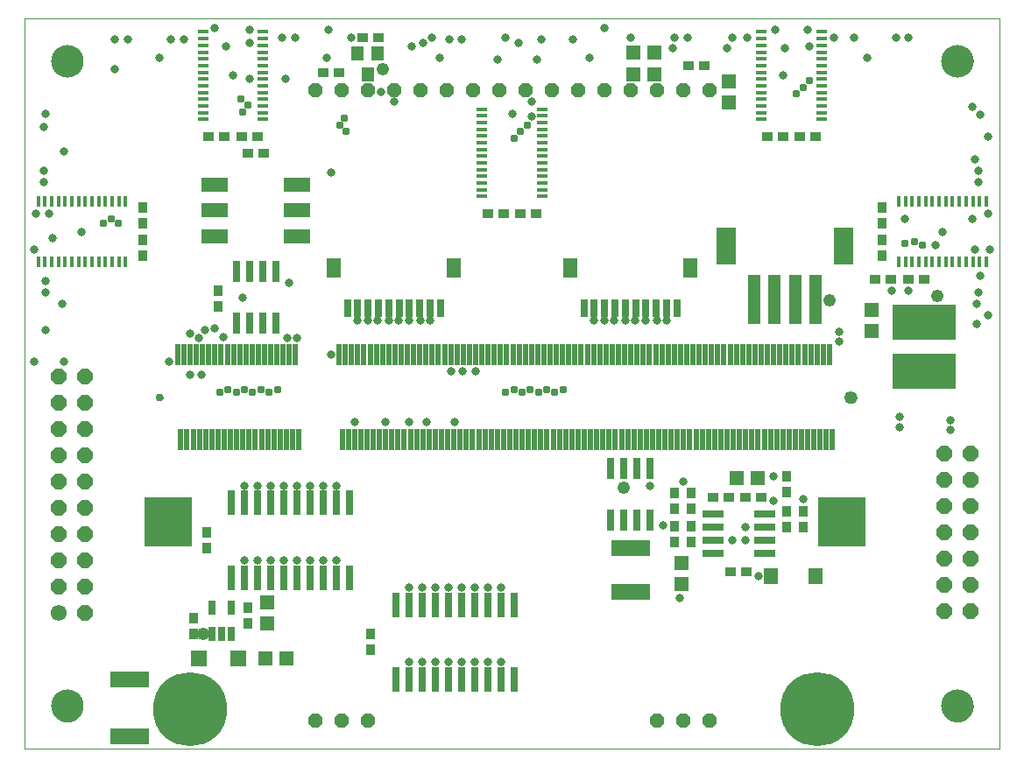
<source format=gbs>
G75*
%MOIN*%
%OFA0B0*%
%FSLAX25Y25*%
%IPPOS*%
%LPD*%
%AMOC8*
5,1,8,0,0,1.08239X$1,22.5*
%
%ADD10C,0.00000*%
%ADD11C,0.12402*%
%ADD12R,0.02756X0.05315*%
%ADD13OC8,0.05315*%
%ADD14R,0.03740X0.04134*%
%ADD15R,0.05315X0.05709*%
%ADD16R,0.06102X0.06102*%
%ADD17R,0.14606X0.06102*%
%ADD18R,0.05709X0.05315*%
%ADD19R,0.04491X0.01791*%
%ADD20R,0.04134X0.03740*%
%ADD21R,0.01791X0.04491*%
%ADD22R,0.01969X0.08465*%
%ADD23R,0.18307X0.18701*%
%ADD24C,0.02953*%
%ADD25C,0.04921*%
%ADD26C,0.28150*%
%ADD27R,0.04528X0.05591*%
%ADD28R,0.08391X0.02791*%
%ADD29R,0.05591X0.06378*%
%ADD30R,0.24213X0.13386*%
%ADD31R,0.15157X0.06496*%
%ADD32R,0.02591X0.08391*%
%ADD33R,0.02953X0.09252*%
%ADD34R,0.02791X0.08391*%
%ADD35R,0.10433X0.05315*%
%ADD36C,0.06102*%
%ADD37OC8,0.06102*%
%ADD38R,0.02953X0.06693*%
%ADD39R,0.05315X0.07677*%
%ADD40R,0.04528X0.18701*%
%ADD41R,0.07283X0.13976*%
%ADD42C,0.03291*%
%ADD43C,0.04843*%
%ADD44C,0.03072*%
D10*
X0007875Y0004375D02*
X0007875Y0282466D01*
X0379027Y0282466D01*
X0379027Y0004375D01*
X0007875Y0004375D01*
X0018219Y0020625D02*
X0018221Y0020778D01*
X0018227Y0020932D01*
X0018237Y0021085D01*
X0018251Y0021237D01*
X0018269Y0021390D01*
X0018291Y0021541D01*
X0018316Y0021692D01*
X0018346Y0021843D01*
X0018380Y0021993D01*
X0018417Y0022141D01*
X0018458Y0022289D01*
X0018503Y0022435D01*
X0018552Y0022581D01*
X0018605Y0022725D01*
X0018661Y0022867D01*
X0018721Y0023008D01*
X0018785Y0023148D01*
X0018852Y0023286D01*
X0018923Y0023422D01*
X0018998Y0023556D01*
X0019075Y0023688D01*
X0019157Y0023818D01*
X0019241Y0023946D01*
X0019329Y0024072D01*
X0019420Y0024195D01*
X0019514Y0024316D01*
X0019612Y0024434D01*
X0019712Y0024550D01*
X0019816Y0024663D01*
X0019922Y0024774D01*
X0020031Y0024882D01*
X0020143Y0024987D01*
X0020257Y0025088D01*
X0020375Y0025187D01*
X0020494Y0025283D01*
X0020616Y0025376D01*
X0020741Y0025465D01*
X0020868Y0025552D01*
X0020997Y0025634D01*
X0021128Y0025714D01*
X0021261Y0025790D01*
X0021396Y0025863D01*
X0021533Y0025932D01*
X0021672Y0025997D01*
X0021812Y0026059D01*
X0021954Y0026117D01*
X0022097Y0026172D01*
X0022242Y0026223D01*
X0022388Y0026270D01*
X0022535Y0026313D01*
X0022683Y0026352D01*
X0022832Y0026388D01*
X0022982Y0026419D01*
X0023133Y0026447D01*
X0023284Y0026471D01*
X0023437Y0026491D01*
X0023589Y0026507D01*
X0023742Y0026519D01*
X0023895Y0026527D01*
X0024048Y0026531D01*
X0024202Y0026531D01*
X0024355Y0026527D01*
X0024508Y0026519D01*
X0024661Y0026507D01*
X0024813Y0026491D01*
X0024966Y0026471D01*
X0025117Y0026447D01*
X0025268Y0026419D01*
X0025418Y0026388D01*
X0025567Y0026352D01*
X0025715Y0026313D01*
X0025862Y0026270D01*
X0026008Y0026223D01*
X0026153Y0026172D01*
X0026296Y0026117D01*
X0026438Y0026059D01*
X0026578Y0025997D01*
X0026717Y0025932D01*
X0026854Y0025863D01*
X0026989Y0025790D01*
X0027122Y0025714D01*
X0027253Y0025634D01*
X0027382Y0025552D01*
X0027509Y0025465D01*
X0027634Y0025376D01*
X0027756Y0025283D01*
X0027875Y0025187D01*
X0027993Y0025088D01*
X0028107Y0024987D01*
X0028219Y0024882D01*
X0028328Y0024774D01*
X0028434Y0024663D01*
X0028538Y0024550D01*
X0028638Y0024434D01*
X0028736Y0024316D01*
X0028830Y0024195D01*
X0028921Y0024072D01*
X0029009Y0023946D01*
X0029093Y0023818D01*
X0029175Y0023688D01*
X0029252Y0023556D01*
X0029327Y0023422D01*
X0029398Y0023286D01*
X0029465Y0023148D01*
X0029529Y0023008D01*
X0029589Y0022867D01*
X0029645Y0022725D01*
X0029698Y0022581D01*
X0029747Y0022435D01*
X0029792Y0022289D01*
X0029833Y0022141D01*
X0029870Y0021993D01*
X0029904Y0021843D01*
X0029934Y0021692D01*
X0029959Y0021541D01*
X0029981Y0021390D01*
X0029999Y0021237D01*
X0030013Y0021085D01*
X0030023Y0020932D01*
X0030029Y0020778D01*
X0030031Y0020625D01*
X0030029Y0020472D01*
X0030023Y0020318D01*
X0030013Y0020165D01*
X0029999Y0020013D01*
X0029981Y0019860D01*
X0029959Y0019709D01*
X0029934Y0019558D01*
X0029904Y0019407D01*
X0029870Y0019257D01*
X0029833Y0019109D01*
X0029792Y0018961D01*
X0029747Y0018815D01*
X0029698Y0018669D01*
X0029645Y0018525D01*
X0029589Y0018383D01*
X0029529Y0018242D01*
X0029465Y0018102D01*
X0029398Y0017964D01*
X0029327Y0017828D01*
X0029252Y0017694D01*
X0029175Y0017562D01*
X0029093Y0017432D01*
X0029009Y0017304D01*
X0028921Y0017178D01*
X0028830Y0017055D01*
X0028736Y0016934D01*
X0028638Y0016816D01*
X0028538Y0016700D01*
X0028434Y0016587D01*
X0028328Y0016476D01*
X0028219Y0016368D01*
X0028107Y0016263D01*
X0027993Y0016162D01*
X0027875Y0016063D01*
X0027756Y0015967D01*
X0027634Y0015874D01*
X0027509Y0015785D01*
X0027382Y0015698D01*
X0027253Y0015616D01*
X0027122Y0015536D01*
X0026989Y0015460D01*
X0026854Y0015387D01*
X0026717Y0015318D01*
X0026578Y0015253D01*
X0026438Y0015191D01*
X0026296Y0015133D01*
X0026153Y0015078D01*
X0026008Y0015027D01*
X0025862Y0014980D01*
X0025715Y0014937D01*
X0025567Y0014898D01*
X0025418Y0014862D01*
X0025268Y0014831D01*
X0025117Y0014803D01*
X0024966Y0014779D01*
X0024813Y0014759D01*
X0024661Y0014743D01*
X0024508Y0014731D01*
X0024355Y0014723D01*
X0024202Y0014719D01*
X0024048Y0014719D01*
X0023895Y0014723D01*
X0023742Y0014731D01*
X0023589Y0014743D01*
X0023437Y0014759D01*
X0023284Y0014779D01*
X0023133Y0014803D01*
X0022982Y0014831D01*
X0022832Y0014862D01*
X0022683Y0014898D01*
X0022535Y0014937D01*
X0022388Y0014980D01*
X0022242Y0015027D01*
X0022097Y0015078D01*
X0021954Y0015133D01*
X0021812Y0015191D01*
X0021672Y0015253D01*
X0021533Y0015318D01*
X0021396Y0015387D01*
X0021261Y0015460D01*
X0021128Y0015536D01*
X0020997Y0015616D01*
X0020868Y0015698D01*
X0020741Y0015785D01*
X0020616Y0015874D01*
X0020494Y0015967D01*
X0020375Y0016063D01*
X0020257Y0016162D01*
X0020143Y0016263D01*
X0020031Y0016368D01*
X0019922Y0016476D01*
X0019816Y0016587D01*
X0019712Y0016700D01*
X0019612Y0016816D01*
X0019514Y0016934D01*
X0019420Y0017055D01*
X0019329Y0017178D01*
X0019241Y0017304D01*
X0019157Y0017432D01*
X0019075Y0017562D01*
X0018998Y0017694D01*
X0018923Y0017828D01*
X0018852Y0017964D01*
X0018785Y0018102D01*
X0018721Y0018242D01*
X0018661Y0018383D01*
X0018605Y0018525D01*
X0018552Y0018669D01*
X0018503Y0018815D01*
X0018458Y0018961D01*
X0018417Y0019109D01*
X0018380Y0019257D01*
X0018346Y0019407D01*
X0018316Y0019558D01*
X0018291Y0019709D01*
X0018269Y0019860D01*
X0018251Y0020013D01*
X0018237Y0020165D01*
X0018227Y0020318D01*
X0018221Y0020472D01*
X0018219Y0020625D01*
X0058136Y0138125D02*
X0058138Y0138194D01*
X0058144Y0138262D01*
X0058154Y0138330D01*
X0058168Y0138397D01*
X0058186Y0138464D01*
X0058207Y0138529D01*
X0058233Y0138593D01*
X0058262Y0138655D01*
X0058294Y0138715D01*
X0058330Y0138774D01*
X0058370Y0138830D01*
X0058412Y0138884D01*
X0058458Y0138935D01*
X0058507Y0138984D01*
X0058558Y0139030D01*
X0058612Y0139072D01*
X0058668Y0139112D01*
X0058726Y0139148D01*
X0058787Y0139180D01*
X0058849Y0139209D01*
X0058913Y0139235D01*
X0058978Y0139256D01*
X0059045Y0139274D01*
X0059112Y0139288D01*
X0059180Y0139298D01*
X0059248Y0139304D01*
X0059317Y0139306D01*
X0059386Y0139304D01*
X0059454Y0139298D01*
X0059522Y0139288D01*
X0059589Y0139274D01*
X0059656Y0139256D01*
X0059721Y0139235D01*
X0059785Y0139209D01*
X0059847Y0139180D01*
X0059907Y0139148D01*
X0059966Y0139112D01*
X0060022Y0139072D01*
X0060076Y0139030D01*
X0060127Y0138984D01*
X0060176Y0138935D01*
X0060222Y0138884D01*
X0060264Y0138830D01*
X0060304Y0138774D01*
X0060340Y0138715D01*
X0060372Y0138655D01*
X0060401Y0138593D01*
X0060427Y0138529D01*
X0060448Y0138464D01*
X0060466Y0138397D01*
X0060480Y0138330D01*
X0060490Y0138262D01*
X0060496Y0138194D01*
X0060498Y0138125D01*
X0060496Y0138056D01*
X0060490Y0137988D01*
X0060480Y0137920D01*
X0060466Y0137853D01*
X0060448Y0137786D01*
X0060427Y0137721D01*
X0060401Y0137657D01*
X0060372Y0137595D01*
X0060340Y0137534D01*
X0060304Y0137476D01*
X0060264Y0137420D01*
X0060222Y0137366D01*
X0060176Y0137315D01*
X0060127Y0137266D01*
X0060076Y0137220D01*
X0060022Y0137178D01*
X0059966Y0137138D01*
X0059908Y0137102D01*
X0059847Y0137070D01*
X0059785Y0137041D01*
X0059721Y0137015D01*
X0059656Y0136994D01*
X0059589Y0136976D01*
X0059522Y0136962D01*
X0059454Y0136952D01*
X0059386Y0136946D01*
X0059317Y0136944D01*
X0059248Y0136946D01*
X0059180Y0136952D01*
X0059112Y0136962D01*
X0059045Y0136976D01*
X0058978Y0136994D01*
X0058913Y0137015D01*
X0058849Y0137041D01*
X0058787Y0137070D01*
X0058726Y0137102D01*
X0058668Y0137138D01*
X0058612Y0137178D01*
X0058558Y0137220D01*
X0058507Y0137266D01*
X0058458Y0137315D01*
X0058412Y0137366D01*
X0058370Y0137420D01*
X0058330Y0137476D01*
X0058294Y0137534D01*
X0058262Y0137595D01*
X0058233Y0137657D01*
X0058207Y0137721D01*
X0058186Y0137786D01*
X0058168Y0137853D01*
X0058154Y0137920D01*
X0058144Y0137988D01*
X0058138Y0138056D01*
X0058136Y0138125D01*
X0320144Y0138125D02*
X0320146Y0138218D01*
X0320152Y0138310D01*
X0320162Y0138402D01*
X0320176Y0138493D01*
X0320193Y0138584D01*
X0320215Y0138674D01*
X0320240Y0138763D01*
X0320269Y0138851D01*
X0320302Y0138937D01*
X0320339Y0139022D01*
X0320379Y0139106D01*
X0320423Y0139187D01*
X0320470Y0139267D01*
X0320520Y0139345D01*
X0320574Y0139420D01*
X0320631Y0139493D01*
X0320691Y0139563D01*
X0320754Y0139631D01*
X0320820Y0139696D01*
X0320888Y0139758D01*
X0320959Y0139818D01*
X0321033Y0139874D01*
X0321109Y0139927D01*
X0321187Y0139976D01*
X0321267Y0140023D01*
X0321349Y0140065D01*
X0321433Y0140105D01*
X0321518Y0140140D01*
X0321605Y0140172D01*
X0321693Y0140201D01*
X0321782Y0140225D01*
X0321872Y0140246D01*
X0321963Y0140262D01*
X0322055Y0140275D01*
X0322147Y0140284D01*
X0322240Y0140289D01*
X0322332Y0140290D01*
X0322425Y0140287D01*
X0322517Y0140280D01*
X0322609Y0140269D01*
X0322700Y0140254D01*
X0322791Y0140236D01*
X0322881Y0140213D01*
X0322969Y0140187D01*
X0323057Y0140157D01*
X0323143Y0140123D01*
X0323227Y0140086D01*
X0323310Y0140044D01*
X0323391Y0140000D01*
X0323471Y0139952D01*
X0323548Y0139901D01*
X0323622Y0139846D01*
X0323695Y0139788D01*
X0323765Y0139728D01*
X0323832Y0139664D01*
X0323896Y0139598D01*
X0323958Y0139528D01*
X0324016Y0139457D01*
X0324071Y0139383D01*
X0324123Y0139306D01*
X0324172Y0139227D01*
X0324218Y0139147D01*
X0324260Y0139064D01*
X0324298Y0138980D01*
X0324333Y0138894D01*
X0324364Y0138807D01*
X0324391Y0138719D01*
X0324414Y0138629D01*
X0324434Y0138539D01*
X0324450Y0138448D01*
X0324462Y0138356D01*
X0324470Y0138264D01*
X0324474Y0138171D01*
X0324474Y0138079D01*
X0324470Y0137986D01*
X0324462Y0137894D01*
X0324450Y0137802D01*
X0324434Y0137711D01*
X0324414Y0137621D01*
X0324391Y0137531D01*
X0324364Y0137443D01*
X0324333Y0137356D01*
X0324298Y0137270D01*
X0324260Y0137186D01*
X0324218Y0137103D01*
X0324172Y0137023D01*
X0324123Y0136944D01*
X0324071Y0136867D01*
X0324016Y0136793D01*
X0323958Y0136722D01*
X0323896Y0136652D01*
X0323832Y0136586D01*
X0323765Y0136522D01*
X0323695Y0136462D01*
X0323622Y0136404D01*
X0323548Y0136349D01*
X0323471Y0136298D01*
X0323392Y0136250D01*
X0323310Y0136206D01*
X0323227Y0136164D01*
X0323143Y0136127D01*
X0323057Y0136093D01*
X0322969Y0136063D01*
X0322881Y0136037D01*
X0322791Y0136014D01*
X0322700Y0135996D01*
X0322609Y0135981D01*
X0322517Y0135970D01*
X0322425Y0135963D01*
X0322332Y0135960D01*
X0322240Y0135961D01*
X0322147Y0135966D01*
X0322055Y0135975D01*
X0321963Y0135988D01*
X0321872Y0136004D01*
X0321782Y0136025D01*
X0321693Y0136049D01*
X0321605Y0136078D01*
X0321518Y0136110D01*
X0321433Y0136145D01*
X0321349Y0136185D01*
X0321267Y0136227D01*
X0321187Y0136274D01*
X0321109Y0136323D01*
X0321033Y0136376D01*
X0320959Y0136432D01*
X0320888Y0136492D01*
X0320820Y0136554D01*
X0320754Y0136619D01*
X0320691Y0136687D01*
X0320631Y0136757D01*
X0320574Y0136830D01*
X0320520Y0136905D01*
X0320470Y0136983D01*
X0320423Y0137063D01*
X0320379Y0137144D01*
X0320339Y0137228D01*
X0320302Y0137313D01*
X0320269Y0137399D01*
X0320240Y0137487D01*
X0320215Y0137576D01*
X0320193Y0137666D01*
X0320176Y0137757D01*
X0320162Y0137848D01*
X0320152Y0137940D01*
X0320146Y0138032D01*
X0320144Y0138125D01*
X0356969Y0020625D02*
X0356971Y0020778D01*
X0356977Y0020932D01*
X0356987Y0021085D01*
X0357001Y0021237D01*
X0357019Y0021390D01*
X0357041Y0021541D01*
X0357066Y0021692D01*
X0357096Y0021843D01*
X0357130Y0021993D01*
X0357167Y0022141D01*
X0357208Y0022289D01*
X0357253Y0022435D01*
X0357302Y0022581D01*
X0357355Y0022725D01*
X0357411Y0022867D01*
X0357471Y0023008D01*
X0357535Y0023148D01*
X0357602Y0023286D01*
X0357673Y0023422D01*
X0357748Y0023556D01*
X0357825Y0023688D01*
X0357907Y0023818D01*
X0357991Y0023946D01*
X0358079Y0024072D01*
X0358170Y0024195D01*
X0358264Y0024316D01*
X0358362Y0024434D01*
X0358462Y0024550D01*
X0358566Y0024663D01*
X0358672Y0024774D01*
X0358781Y0024882D01*
X0358893Y0024987D01*
X0359007Y0025088D01*
X0359125Y0025187D01*
X0359244Y0025283D01*
X0359366Y0025376D01*
X0359491Y0025465D01*
X0359618Y0025552D01*
X0359747Y0025634D01*
X0359878Y0025714D01*
X0360011Y0025790D01*
X0360146Y0025863D01*
X0360283Y0025932D01*
X0360422Y0025997D01*
X0360562Y0026059D01*
X0360704Y0026117D01*
X0360847Y0026172D01*
X0360992Y0026223D01*
X0361138Y0026270D01*
X0361285Y0026313D01*
X0361433Y0026352D01*
X0361582Y0026388D01*
X0361732Y0026419D01*
X0361883Y0026447D01*
X0362034Y0026471D01*
X0362187Y0026491D01*
X0362339Y0026507D01*
X0362492Y0026519D01*
X0362645Y0026527D01*
X0362798Y0026531D01*
X0362952Y0026531D01*
X0363105Y0026527D01*
X0363258Y0026519D01*
X0363411Y0026507D01*
X0363563Y0026491D01*
X0363716Y0026471D01*
X0363867Y0026447D01*
X0364018Y0026419D01*
X0364168Y0026388D01*
X0364317Y0026352D01*
X0364465Y0026313D01*
X0364612Y0026270D01*
X0364758Y0026223D01*
X0364903Y0026172D01*
X0365046Y0026117D01*
X0365188Y0026059D01*
X0365328Y0025997D01*
X0365467Y0025932D01*
X0365604Y0025863D01*
X0365739Y0025790D01*
X0365872Y0025714D01*
X0366003Y0025634D01*
X0366132Y0025552D01*
X0366259Y0025465D01*
X0366384Y0025376D01*
X0366506Y0025283D01*
X0366625Y0025187D01*
X0366743Y0025088D01*
X0366857Y0024987D01*
X0366969Y0024882D01*
X0367078Y0024774D01*
X0367184Y0024663D01*
X0367288Y0024550D01*
X0367388Y0024434D01*
X0367486Y0024316D01*
X0367580Y0024195D01*
X0367671Y0024072D01*
X0367759Y0023946D01*
X0367843Y0023818D01*
X0367925Y0023688D01*
X0368002Y0023556D01*
X0368077Y0023422D01*
X0368148Y0023286D01*
X0368215Y0023148D01*
X0368279Y0023008D01*
X0368339Y0022867D01*
X0368395Y0022725D01*
X0368448Y0022581D01*
X0368497Y0022435D01*
X0368542Y0022289D01*
X0368583Y0022141D01*
X0368620Y0021993D01*
X0368654Y0021843D01*
X0368684Y0021692D01*
X0368709Y0021541D01*
X0368731Y0021390D01*
X0368749Y0021237D01*
X0368763Y0021085D01*
X0368773Y0020932D01*
X0368779Y0020778D01*
X0368781Y0020625D01*
X0368779Y0020472D01*
X0368773Y0020318D01*
X0368763Y0020165D01*
X0368749Y0020013D01*
X0368731Y0019860D01*
X0368709Y0019709D01*
X0368684Y0019558D01*
X0368654Y0019407D01*
X0368620Y0019257D01*
X0368583Y0019109D01*
X0368542Y0018961D01*
X0368497Y0018815D01*
X0368448Y0018669D01*
X0368395Y0018525D01*
X0368339Y0018383D01*
X0368279Y0018242D01*
X0368215Y0018102D01*
X0368148Y0017964D01*
X0368077Y0017828D01*
X0368002Y0017694D01*
X0367925Y0017562D01*
X0367843Y0017432D01*
X0367759Y0017304D01*
X0367671Y0017178D01*
X0367580Y0017055D01*
X0367486Y0016934D01*
X0367388Y0016816D01*
X0367288Y0016700D01*
X0367184Y0016587D01*
X0367078Y0016476D01*
X0366969Y0016368D01*
X0366857Y0016263D01*
X0366743Y0016162D01*
X0366625Y0016063D01*
X0366506Y0015967D01*
X0366384Y0015874D01*
X0366259Y0015785D01*
X0366132Y0015698D01*
X0366003Y0015616D01*
X0365872Y0015536D01*
X0365739Y0015460D01*
X0365604Y0015387D01*
X0365467Y0015318D01*
X0365328Y0015253D01*
X0365188Y0015191D01*
X0365046Y0015133D01*
X0364903Y0015078D01*
X0364758Y0015027D01*
X0364612Y0014980D01*
X0364465Y0014937D01*
X0364317Y0014898D01*
X0364168Y0014862D01*
X0364018Y0014831D01*
X0363867Y0014803D01*
X0363716Y0014779D01*
X0363563Y0014759D01*
X0363411Y0014743D01*
X0363258Y0014731D01*
X0363105Y0014723D01*
X0362952Y0014719D01*
X0362798Y0014719D01*
X0362645Y0014723D01*
X0362492Y0014731D01*
X0362339Y0014743D01*
X0362187Y0014759D01*
X0362034Y0014779D01*
X0361883Y0014803D01*
X0361732Y0014831D01*
X0361582Y0014862D01*
X0361433Y0014898D01*
X0361285Y0014937D01*
X0361138Y0014980D01*
X0360992Y0015027D01*
X0360847Y0015078D01*
X0360704Y0015133D01*
X0360562Y0015191D01*
X0360422Y0015253D01*
X0360283Y0015318D01*
X0360146Y0015387D01*
X0360011Y0015460D01*
X0359878Y0015536D01*
X0359747Y0015616D01*
X0359618Y0015698D01*
X0359491Y0015785D01*
X0359366Y0015874D01*
X0359244Y0015967D01*
X0359125Y0016063D01*
X0359007Y0016162D01*
X0358893Y0016263D01*
X0358781Y0016368D01*
X0358672Y0016476D01*
X0358566Y0016587D01*
X0358462Y0016700D01*
X0358362Y0016816D01*
X0358264Y0016934D01*
X0358170Y0017055D01*
X0358079Y0017178D01*
X0357991Y0017304D01*
X0357907Y0017432D01*
X0357825Y0017562D01*
X0357748Y0017694D01*
X0357673Y0017828D01*
X0357602Y0017964D01*
X0357535Y0018102D01*
X0357471Y0018242D01*
X0357411Y0018383D01*
X0357355Y0018525D01*
X0357302Y0018669D01*
X0357253Y0018815D01*
X0357208Y0018961D01*
X0357167Y0019109D01*
X0357130Y0019257D01*
X0357096Y0019407D01*
X0357066Y0019558D01*
X0357041Y0019709D01*
X0357019Y0019860D01*
X0357001Y0020013D01*
X0356987Y0020165D01*
X0356977Y0020318D01*
X0356971Y0020472D01*
X0356969Y0020625D01*
X0356969Y0266250D02*
X0356971Y0266403D01*
X0356977Y0266557D01*
X0356987Y0266710D01*
X0357001Y0266862D01*
X0357019Y0267015D01*
X0357041Y0267166D01*
X0357066Y0267317D01*
X0357096Y0267468D01*
X0357130Y0267618D01*
X0357167Y0267766D01*
X0357208Y0267914D01*
X0357253Y0268060D01*
X0357302Y0268206D01*
X0357355Y0268350D01*
X0357411Y0268492D01*
X0357471Y0268633D01*
X0357535Y0268773D01*
X0357602Y0268911D01*
X0357673Y0269047D01*
X0357748Y0269181D01*
X0357825Y0269313D01*
X0357907Y0269443D01*
X0357991Y0269571D01*
X0358079Y0269697D01*
X0358170Y0269820D01*
X0358264Y0269941D01*
X0358362Y0270059D01*
X0358462Y0270175D01*
X0358566Y0270288D01*
X0358672Y0270399D01*
X0358781Y0270507D01*
X0358893Y0270612D01*
X0359007Y0270713D01*
X0359125Y0270812D01*
X0359244Y0270908D01*
X0359366Y0271001D01*
X0359491Y0271090D01*
X0359618Y0271177D01*
X0359747Y0271259D01*
X0359878Y0271339D01*
X0360011Y0271415D01*
X0360146Y0271488D01*
X0360283Y0271557D01*
X0360422Y0271622D01*
X0360562Y0271684D01*
X0360704Y0271742D01*
X0360847Y0271797D01*
X0360992Y0271848D01*
X0361138Y0271895D01*
X0361285Y0271938D01*
X0361433Y0271977D01*
X0361582Y0272013D01*
X0361732Y0272044D01*
X0361883Y0272072D01*
X0362034Y0272096D01*
X0362187Y0272116D01*
X0362339Y0272132D01*
X0362492Y0272144D01*
X0362645Y0272152D01*
X0362798Y0272156D01*
X0362952Y0272156D01*
X0363105Y0272152D01*
X0363258Y0272144D01*
X0363411Y0272132D01*
X0363563Y0272116D01*
X0363716Y0272096D01*
X0363867Y0272072D01*
X0364018Y0272044D01*
X0364168Y0272013D01*
X0364317Y0271977D01*
X0364465Y0271938D01*
X0364612Y0271895D01*
X0364758Y0271848D01*
X0364903Y0271797D01*
X0365046Y0271742D01*
X0365188Y0271684D01*
X0365328Y0271622D01*
X0365467Y0271557D01*
X0365604Y0271488D01*
X0365739Y0271415D01*
X0365872Y0271339D01*
X0366003Y0271259D01*
X0366132Y0271177D01*
X0366259Y0271090D01*
X0366384Y0271001D01*
X0366506Y0270908D01*
X0366625Y0270812D01*
X0366743Y0270713D01*
X0366857Y0270612D01*
X0366969Y0270507D01*
X0367078Y0270399D01*
X0367184Y0270288D01*
X0367288Y0270175D01*
X0367388Y0270059D01*
X0367486Y0269941D01*
X0367580Y0269820D01*
X0367671Y0269697D01*
X0367759Y0269571D01*
X0367843Y0269443D01*
X0367925Y0269313D01*
X0368002Y0269181D01*
X0368077Y0269047D01*
X0368148Y0268911D01*
X0368215Y0268773D01*
X0368279Y0268633D01*
X0368339Y0268492D01*
X0368395Y0268350D01*
X0368448Y0268206D01*
X0368497Y0268060D01*
X0368542Y0267914D01*
X0368583Y0267766D01*
X0368620Y0267618D01*
X0368654Y0267468D01*
X0368684Y0267317D01*
X0368709Y0267166D01*
X0368731Y0267015D01*
X0368749Y0266862D01*
X0368763Y0266710D01*
X0368773Y0266557D01*
X0368779Y0266403D01*
X0368781Y0266250D01*
X0368779Y0266097D01*
X0368773Y0265943D01*
X0368763Y0265790D01*
X0368749Y0265638D01*
X0368731Y0265485D01*
X0368709Y0265334D01*
X0368684Y0265183D01*
X0368654Y0265032D01*
X0368620Y0264882D01*
X0368583Y0264734D01*
X0368542Y0264586D01*
X0368497Y0264440D01*
X0368448Y0264294D01*
X0368395Y0264150D01*
X0368339Y0264008D01*
X0368279Y0263867D01*
X0368215Y0263727D01*
X0368148Y0263589D01*
X0368077Y0263453D01*
X0368002Y0263319D01*
X0367925Y0263187D01*
X0367843Y0263057D01*
X0367759Y0262929D01*
X0367671Y0262803D01*
X0367580Y0262680D01*
X0367486Y0262559D01*
X0367388Y0262441D01*
X0367288Y0262325D01*
X0367184Y0262212D01*
X0367078Y0262101D01*
X0366969Y0261993D01*
X0366857Y0261888D01*
X0366743Y0261787D01*
X0366625Y0261688D01*
X0366506Y0261592D01*
X0366384Y0261499D01*
X0366259Y0261410D01*
X0366132Y0261323D01*
X0366003Y0261241D01*
X0365872Y0261161D01*
X0365739Y0261085D01*
X0365604Y0261012D01*
X0365467Y0260943D01*
X0365328Y0260878D01*
X0365188Y0260816D01*
X0365046Y0260758D01*
X0364903Y0260703D01*
X0364758Y0260652D01*
X0364612Y0260605D01*
X0364465Y0260562D01*
X0364317Y0260523D01*
X0364168Y0260487D01*
X0364018Y0260456D01*
X0363867Y0260428D01*
X0363716Y0260404D01*
X0363563Y0260384D01*
X0363411Y0260368D01*
X0363258Y0260356D01*
X0363105Y0260348D01*
X0362952Y0260344D01*
X0362798Y0260344D01*
X0362645Y0260348D01*
X0362492Y0260356D01*
X0362339Y0260368D01*
X0362187Y0260384D01*
X0362034Y0260404D01*
X0361883Y0260428D01*
X0361732Y0260456D01*
X0361582Y0260487D01*
X0361433Y0260523D01*
X0361285Y0260562D01*
X0361138Y0260605D01*
X0360992Y0260652D01*
X0360847Y0260703D01*
X0360704Y0260758D01*
X0360562Y0260816D01*
X0360422Y0260878D01*
X0360283Y0260943D01*
X0360146Y0261012D01*
X0360011Y0261085D01*
X0359878Y0261161D01*
X0359747Y0261241D01*
X0359618Y0261323D01*
X0359491Y0261410D01*
X0359366Y0261499D01*
X0359244Y0261592D01*
X0359125Y0261688D01*
X0359007Y0261787D01*
X0358893Y0261888D01*
X0358781Y0261993D01*
X0358672Y0262101D01*
X0358566Y0262212D01*
X0358462Y0262325D01*
X0358362Y0262441D01*
X0358264Y0262559D01*
X0358170Y0262680D01*
X0358079Y0262803D01*
X0357991Y0262929D01*
X0357907Y0263057D01*
X0357825Y0263187D01*
X0357748Y0263319D01*
X0357673Y0263453D01*
X0357602Y0263589D01*
X0357535Y0263727D01*
X0357471Y0263867D01*
X0357411Y0264008D01*
X0357355Y0264150D01*
X0357302Y0264294D01*
X0357253Y0264440D01*
X0357208Y0264586D01*
X0357167Y0264734D01*
X0357130Y0264882D01*
X0357096Y0265032D01*
X0357066Y0265183D01*
X0357041Y0265334D01*
X0357019Y0265485D01*
X0357001Y0265638D01*
X0356987Y0265790D01*
X0356977Y0265943D01*
X0356971Y0266097D01*
X0356969Y0266250D01*
X0018219Y0266250D02*
X0018221Y0266403D01*
X0018227Y0266557D01*
X0018237Y0266710D01*
X0018251Y0266862D01*
X0018269Y0267015D01*
X0018291Y0267166D01*
X0018316Y0267317D01*
X0018346Y0267468D01*
X0018380Y0267618D01*
X0018417Y0267766D01*
X0018458Y0267914D01*
X0018503Y0268060D01*
X0018552Y0268206D01*
X0018605Y0268350D01*
X0018661Y0268492D01*
X0018721Y0268633D01*
X0018785Y0268773D01*
X0018852Y0268911D01*
X0018923Y0269047D01*
X0018998Y0269181D01*
X0019075Y0269313D01*
X0019157Y0269443D01*
X0019241Y0269571D01*
X0019329Y0269697D01*
X0019420Y0269820D01*
X0019514Y0269941D01*
X0019612Y0270059D01*
X0019712Y0270175D01*
X0019816Y0270288D01*
X0019922Y0270399D01*
X0020031Y0270507D01*
X0020143Y0270612D01*
X0020257Y0270713D01*
X0020375Y0270812D01*
X0020494Y0270908D01*
X0020616Y0271001D01*
X0020741Y0271090D01*
X0020868Y0271177D01*
X0020997Y0271259D01*
X0021128Y0271339D01*
X0021261Y0271415D01*
X0021396Y0271488D01*
X0021533Y0271557D01*
X0021672Y0271622D01*
X0021812Y0271684D01*
X0021954Y0271742D01*
X0022097Y0271797D01*
X0022242Y0271848D01*
X0022388Y0271895D01*
X0022535Y0271938D01*
X0022683Y0271977D01*
X0022832Y0272013D01*
X0022982Y0272044D01*
X0023133Y0272072D01*
X0023284Y0272096D01*
X0023437Y0272116D01*
X0023589Y0272132D01*
X0023742Y0272144D01*
X0023895Y0272152D01*
X0024048Y0272156D01*
X0024202Y0272156D01*
X0024355Y0272152D01*
X0024508Y0272144D01*
X0024661Y0272132D01*
X0024813Y0272116D01*
X0024966Y0272096D01*
X0025117Y0272072D01*
X0025268Y0272044D01*
X0025418Y0272013D01*
X0025567Y0271977D01*
X0025715Y0271938D01*
X0025862Y0271895D01*
X0026008Y0271848D01*
X0026153Y0271797D01*
X0026296Y0271742D01*
X0026438Y0271684D01*
X0026578Y0271622D01*
X0026717Y0271557D01*
X0026854Y0271488D01*
X0026989Y0271415D01*
X0027122Y0271339D01*
X0027253Y0271259D01*
X0027382Y0271177D01*
X0027509Y0271090D01*
X0027634Y0271001D01*
X0027756Y0270908D01*
X0027875Y0270812D01*
X0027993Y0270713D01*
X0028107Y0270612D01*
X0028219Y0270507D01*
X0028328Y0270399D01*
X0028434Y0270288D01*
X0028538Y0270175D01*
X0028638Y0270059D01*
X0028736Y0269941D01*
X0028830Y0269820D01*
X0028921Y0269697D01*
X0029009Y0269571D01*
X0029093Y0269443D01*
X0029175Y0269313D01*
X0029252Y0269181D01*
X0029327Y0269047D01*
X0029398Y0268911D01*
X0029465Y0268773D01*
X0029529Y0268633D01*
X0029589Y0268492D01*
X0029645Y0268350D01*
X0029698Y0268206D01*
X0029747Y0268060D01*
X0029792Y0267914D01*
X0029833Y0267766D01*
X0029870Y0267618D01*
X0029904Y0267468D01*
X0029934Y0267317D01*
X0029959Y0267166D01*
X0029981Y0267015D01*
X0029999Y0266862D01*
X0030013Y0266710D01*
X0030023Y0266557D01*
X0030029Y0266403D01*
X0030031Y0266250D01*
X0030029Y0266097D01*
X0030023Y0265943D01*
X0030013Y0265790D01*
X0029999Y0265638D01*
X0029981Y0265485D01*
X0029959Y0265334D01*
X0029934Y0265183D01*
X0029904Y0265032D01*
X0029870Y0264882D01*
X0029833Y0264734D01*
X0029792Y0264586D01*
X0029747Y0264440D01*
X0029698Y0264294D01*
X0029645Y0264150D01*
X0029589Y0264008D01*
X0029529Y0263867D01*
X0029465Y0263727D01*
X0029398Y0263589D01*
X0029327Y0263453D01*
X0029252Y0263319D01*
X0029175Y0263187D01*
X0029093Y0263057D01*
X0029009Y0262929D01*
X0028921Y0262803D01*
X0028830Y0262680D01*
X0028736Y0262559D01*
X0028638Y0262441D01*
X0028538Y0262325D01*
X0028434Y0262212D01*
X0028328Y0262101D01*
X0028219Y0261993D01*
X0028107Y0261888D01*
X0027993Y0261787D01*
X0027875Y0261688D01*
X0027756Y0261592D01*
X0027634Y0261499D01*
X0027509Y0261410D01*
X0027382Y0261323D01*
X0027253Y0261241D01*
X0027122Y0261161D01*
X0026989Y0261085D01*
X0026854Y0261012D01*
X0026717Y0260943D01*
X0026578Y0260878D01*
X0026438Y0260816D01*
X0026296Y0260758D01*
X0026153Y0260703D01*
X0026008Y0260652D01*
X0025862Y0260605D01*
X0025715Y0260562D01*
X0025567Y0260523D01*
X0025418Y0260487D01*
X0025268Y0260456D01*
X0025117Y0260428D01*
X0024966Y0260404D01*
X0024813Y0260384D01*
X0024661Y0260368D01*
X0024508Y0260356D01*
X0024355Y0260348D01*
X0024202Y0260344D01*
X0024048Y0260344D01*
X0023895Y0260348D01*
X0023742Y0260356D01*
X0023589Y0260368D01*
X0023437Y0260384D01*
X0023284Y0260404D01*
X0023133Y0260428D01*
X0022982Y0260456D01*
X0022832Y0260487D01*
X0022683Y0260523D01*
X0022535Y0260562D01*
X0022388Y0260605D01*
X0022242Y0260652D01*
X0022097Y0260703D01*
X0021954Y0260758D01*
X0021812Y0260816D01*
X0021672Y0260878D01*
X0021533Y0260943D01*
X0021396Y0261012D01*
X0021261Y0261085D01*
X0021128Y0261161D01*
X0020997Y0261241D01*
X0020868Y0261323D01*
X0020741Y0261410D01*
X0020616Y0261499D01*
X0020494Y0261592D01*
X0020375Y0261688D01*
X0020257Y0261787D01*
X0020143Y0261888D01*
X0020031Y0261993D01*
X0019922Y0262101D01*
X0019816Y0262212D01*
X0019712Y0262325D01*
X0019612Y0262441D01*
X0019514Y0262559D01*
X0019420Y0262680D01*
X0019329Y0262803D01*
X0019241Y0262929D01*
X0019157Y0263057D01*
X0019075Y0263187D01*
X0018998Y0263319D01*
X0018923Y0263453D01*
X0018852Y0263589D01*
X0018785Y0263727D01*
X0018721Y0263867D01*
X0018661Y0264008D01*
X0018605Y0264150D01*
X0018552Y0264294D01*
X0018503Y0264440D01*
X0018458Y0264586D01*
X0018417Y0264734D01*
X0018380Y0264882D01*
X0018346Y0265032D01*
X0018316Y0265183D01*
X0018291Y0265334D01*
X0018269Y0265485D01*
X0018251Y0265638D01*
X0018237Y0265790D01*
X0018227Y0265943D01*
X0018221Y0266097D01*
X0018219Y0266250D01*
D11*
X0024125Y0266250D03*
X0362875Y0266250D03*
X0362875Y0020625D03*
X0024125Y0020625D03*
D12*
X0079135Y0048006D03*
X0082875Y0048006D03*
X0086615Y0048006D03*
X0086615Y0058244D03*
X0079135Y0058244D03*
D13*
X0118500Y0015000D03*
X0128500Y0015000D03*
X0138500Y0015000D03*
X0248500Y0015000D03*
X0258500Y0015000D03*
X0268500Y0015000D03*
X0268500Y0255000D03*
X0258500Y0255000D03*
X0248500Y0255000D03*
X0238500Y0255000D03*
X0228500Y0255000D03*
X0218500Y0255000D03*
X0208500Y0255000D03*
X0198500Y0255000D03*
X0188500Y0255000D03*
X0178500Y0255000D03*
X0168500Y0255000D03*
X0158500Y0255000D03*
X0148500Y0255000D03*
X0138500Y0255000D03*
X0128500Y0255000D03*
X0118500Y0255000D03*
D14*
X0052875Y0210500D03*
X0052875Y0204500D03*
X0052875Y0198000D03*
X0052875Y0192000D03*
X0081625Y0178625D03*
X0081625Y0172625D03*
X0255375Y0101750D03*
X0261625Y0101750D03*
X0261625Y0095750D03*
X0255375Y0095750D03*
X0255375Y0089250D03*
X0255375Y0083250D03*
X0261625Y0083250D03*
X0261625Y0089250D03*
X0297875Y0088875D03*
X0297875Y0094875D03*
X0304125Y0094875D03*
X0304125Y0088875D03*
X0297875Y0102000D03*
X0297875Y0108000D03*
X0139750Y0048000D03*
X0139750Y0042000D03*
X0092875Y0052000D03*
X0092875Y0058000D03*
X0072250Y0054250D03*
X0072250Y0048250D03*
X0077250Y0080750D03*
X0077250Y0086750D03*
X0334125Y0192000D03*
X0334125Y0198000D03*
X0334125Y0204500D03*
X0334125Y0210500D03*
D15*
X0247500Y0261250D03*
X0239500Y0261250D03*
X0239500Y0269375D03*
X0247500Y0269375D03*
X0278875Y0107500D03*
X0286875Y0107500D03*
X0107500Y0038750D03*
X0099500Y0038750D03*
D16*
X0089105Y0038750D03*
X0074145Y0038750D03*
D17*
X0047875Y0030748D03*
X0047875Y0009252D03*
D18*
X0100375Y0052250D03*
X0100375Y0060250D03*
X0257875Y0067250D03*
X0257875Y0075250D03*
X0330375Y0163500D03*
X0330375Y0171500D03*
X0276000Y0250375D03*
X0276000Y0258375D03*
D19*
X0288263Y0259345D03*
X0288263Y0256786D03*
X0288263Y0254227D03*
X0288263Y0251668D03*
X0288263Y0249109D03*
X0288263Y0246550D03*
X0288263Y0243991D03*
X0311237Y0243991D03*
X0311237Y0246550D03*
X0311237Y0249109D03*
X0311237Y0251668D03*
X0311237Y0254227D03*
X0311237Y0256786D03*
X0311237Y0259345D03*
X0311237Y0261905D03*
X0311237Y0264464D03*
X0311237Y0267023D03*
X0311237Y0269582D03*
X0311237Y0272141D03*
X0311237Y0274700D03*
X0311237Y0277259D03*
X0288263Y0277259D03*
X0288263Y0274700D03*
X0288263Y0272141D03*
X0288263Y0269582D03*
X0288263Y0267023D03*
X0288263Y0264464D03*
X0288263Y0261905D03*
X0204987Y0247884D03*
X0204987Y0245325D03*
X0204987Y0242766D03*
X0204987Y0240207D03*
X0204987Y0237648D03*
X0204987Y0235089D03*
X0204987Y0232530D03*
X0204987Y0229970D03*
X0204987Y0227411D03*
X0204987Y0224852D03*
X0204987Y0222293D03*
X0204987Y0219734D03*
X0204987Y0217175D03*
X0204987Y0214616D03*
X0182013Y0214616D03*
X0182013Y0217175D03*
X0182013Y0219734D03*
X0182013Y0222293D03*
X0182013Y0224852D03*
X0182013Y0227411D03*
X0182013Y0229970D03*
X0182013Y0232530D03*
X0182013Y0235089D03*
X0182013Y0237648D03*
X0182013Y0240207D03*
X0182013Y0242766D03*
X0182013Y0245325D03*
X0182013Y0247884D03*
X0098737Y0249109D03*
X0098737Y0246550D03*
X0098737Y0243991D03*
X0098737Y0251668D03*
X0098737Y0254227D03*
X0098737Y0256786D03*
X0098737Y0259345D03*
X0098737Y0261905D03*
X0098737Y0264464D03*
X0098737Y0267023D03*
X0098737Y0269582D03*
X0098737Y0272141D03*
X0098737Y0274700D03*
X0098737Y0277259D03*
X0075763Y0277259D03*
X0075763Y0274700D03*
X0075763Y0272141D03*
X0075763Y0269582D03*
X0075763Y0267023D03*
X0075763Y0264464D03*
X0075763Y0261905D03*
X0075763Y0259345D03*
X0075763Y0256786D03*
X0075763Y0254227D03*
X0075763Y0251668D03*
X0075763Y0249109D03*
X0075763Y0246550D03*
X0075763Y0243991D03*
D20*
X0078000Y0237500D03*
X0084000Y0237500D03*
X0090500Y0237500D03*
X0096500Y0237500D03*
X0099000Y0231250D03*
X0093000Y0231250D03*
X0121750Y0261875D03*
X0127750Y0261875D03*
X0136750Y0275000D03*
X0142750Y0275000D03*
X0260500Y0264375D03*
X0266500Y0264375D03*
X0290500Y0237500D03*
X0296500Y0237500D03*
X0303000Y0237500D03*
X0309000Y0237500D03*
X0331750Y0183125D03*
X0337750Y0183125D03*
X0344250Y0183125D03*
X0350250Y0183125D03*
X0202750Y0208125D03*
X0196750Y0208125D03*
X0190250Y0208125D03*
X0184250Y0208125D03*
X0269875Y0100000D03*
X0275875Y0100000D03*
X0282375Y0100000D03*
X0288375Y0100000D03*
X0282750Y0071875D03*
X0276750Y0071875D03*
D21*
X0340616Y0189763D03*
X0343175Y0189763D03*
X0345734Y0189763D03*
X0348293Y0189763D03*
X0350852Y0189763D03*
X0353411Y0189763D03*
X0355970Y0189763D03*
X0358530Y0189763D03*
X0361089Y0189763D03*
X0363648Y0189763D03*
X0366207Y0189763D03*
X0368766Y0189763D03*
X0371325Y0189763D03*
X0373884Y0189763D03*
X0373884Y0212737D03*
X0371325Y0212737D03*
X0368766Y0212737D03*
X0366207Y0212737D03*
X0363648Y0212737D03*
X0361089Y0212737D03*
X0358530Y0212737D03*
X0355970Y0212737D03*
X0353411Y0212737D03*
X0350852Y0212737D03*
X0348293Y0212737D03*
X0345734Y0212737D03*
X0343175Y0212737D03*
X0340616Y0212737D03*
X0046384Y0212737D03*
X0043825Y0212737D03*
X0041266Y0212737D03*
X0038707Y0212737D03*
X0036148Y0212737D03*
X0033589Y0212737D03*
X0031030Y0212737D03*
X0028470Y0212737D03*
X0025911Y0212737D03*
X0023352Y0212737D03*
X0020793Y0212737D03*
X0018234Y0212737D03*
X0015675Y0212737D03*
X0013116Y0212737D03*
X0013116Y0189763D03*
X0015675Y0189763D03*
X0018234Y0189763D03*
X0020793Y0189763D03*
X0023352Y0189763D03*
X0025911Y0189763D03*
X0028470Y0189763D03*
X0031030Y0189763D03*
X0033589Y0189763D03*
X0036148Y0189763D03*
X0038707Y0189763D03*
X0041266Y0189763D03*
X0043825Y0189763D03*
X0046384Y0189763D03*
D22*
X0066207Y0154267D03*
X0068569Y0154267D03*
X0070931Y0154267D03*
X0073293Y0154267D03*
X0075656Y0154267D03*
X0078018Y0154267D03*
X0080380Y0154267D03*
X0082742Y0154267D03*
X0085104Y0154267D03*
X0087467Y0154267D03*
X0089829Y0154267D03*
X0092191Y0154267D03*
X0094553Y0154267D03*
X0096915Y0154267D03*
X0099278Y0154267D03*
X0101640Y0154267D03*
X0104002Y0154267D03*
X0106364Y0154267D03*
X0108726Y0154267D03*
X0111089Y0154267D03*
X0127624Y0154267D03*
X0129986Y0154267D03*
X0132348Y0154267D03*
X0134711Y0154267D03*
X0137073Y0154267D03*
X0139435Y0154267D03*
X0141797Y0154267D03*
X0144159Y0154267D03*
X0146522Y0154267D03*
X0148884Y0154267D03*
X0151246Y0154267D03*
X0153608Y0154267D03*
X0155970Y0154267D03*
X0158333Y0154267D03*
X0160695Y0154267D03*
X0163057Y0154267D03*
X0165419Y0154267D03*
X0167781Y0154267D03*
X0170144Y0154267D03*
X0172506Y0154267D03*
X0174868Y0154267D03*
X0177230Y0154267D03*
X0179593Y0154267D03*
X0181955Y0154267D03*
X0184317Y0154267D03*
X0186679Y0154267D03*
X0189041Y0154267D03*
X0191404Y0154267D03*
X0193766Y0154267D03*
X0196128Y0154267D03*
X0198490Y0154267D03*
X0200852Y0154267D03*
X0203215Y0154267D03*
X0205577Y0154267D03*
X0207939Y0154267D03*
X0210301Y0154267D03*
X0212663Y0154267D03*
X0215026Y0154267D03*
X0217388Y0154267D03*
X0219750Y0154267D03*
X0222112Y0154267D03*
X0224474Y0154267D03*
X0226837Y0154267D03*
X0229199Y0154267D03*
X0231561Y0154267D03*
X0233923Y0154267D03*
X0236285Y0154267D03*
X0238648Y0154267D03*
X0241010Y0154267D03*
X0243372Y0154267D03*
X0245734Y0154267D03*
X0248096Y0154267D03*
X0250459Y0154267D03*
X0252821Y0154267D03*
X0255183Y0154267D03*
X0257545Y0154267D03*
X0259907Y0154267D03*
X0262270Y0154267D03*
X0264632Y0154267D03*
X0266994Y0154267D03*
X0269356Y0154267D03*
X0271719Y0154267D03*
X0274081Y0154267D03*
X0276443Y0154267D03*
X0278805Y0154267D03*
X0281167Y0154267D03*
X0283530Y0154267D03*
X0285892Y0154267D03*
X0288254Y0154267D03*
X0290616Y0154267D03*
X0292978Y0154267D03*
X0295341Y0154267D03*
X0297703Y0154267D03*
X0300065Y0154267D03*
X0302427Y0154267D03*
X0304789Y0154267D03*
X0307152Y0154267D03*
X0309514Y0154267D03*
X0311876Y0154267D03*
X0314238Y0154267D03*
X0313057Y0121983D03*
X0310695Y0121983D03*
X0308333Y0121983D03*
X0305970Y0121983D03*
X0303608Y0121983D03*
X0301246Y0121983D03*
X0298884Y0121983D03*
X0296522Y0121983D03*
X0294159Y0121983D03*
X0291797Y0121983D03*
X0289435Y0121983D03*
X0287073Y0121983D03*
X0284711Y0121983D03*
X0282348Y0121983D03*
X0279986Y0121983D03*
X0277624Y0121983D03*
X0275262Y0121983D03*
X0272900Y0121983D03*
X0270537Y0121983D03*
X0268175Y0121983D03*
X0265813Y0121983D03*
X0263451Y0121983D03*
X0261089Y0121983D03*
X0258726Y0121983D03*
X0256364Y0121983D03*
X0254002Y0121983D03*
X0251640Y0121983D03*
X0249278Y0121983D03*
X0246915Y0121983D03*
X0244553Y0121983D03*
X0242191Y0121983D03*
X0239829Y0121983D03*
X0237467Y0121983D03*
X0235104Y0121983D03*
X0232742Y0121983D03*
X0230380Y0121983D03*
X0228018Y0121983D03*
X0225656Y0121983D03*
X0223293Y0121983D03*
X0220931Y0121983D03*
X0218569Y0121983D03*
X0216207Y0121983D03*
X0213844Y0121983D03*
X0211482Y0121983D03*
X0209120Y0121983D03*
X0206758Y0121983D03*
X0204396Y0121983D03*
X0202033Y0121983D03*
X0199671Y0121983D03*
X0197309Y0121983D03*
X0194947Y0121983D03*
X0192585Y0121983D03*
X0190222Y0121983D03*
X0187860Y0121983D03*
X0185498Y0121983D03*
X0183136Y0121983D03*
X0180774Y0121983D03*
X0178411Y0121983D03*
X0176049Y0121983D03*
X0173687Y0121983D03*
X0171325Y0121983D03*
X0168963Y0121983D03*
X0166600Y0121983D03*
X0164238Y0121983D03*
X0161876Y0121983D03*
X0159514Y0121983D03*
X0157152Y0121983D03*
X0154789Y0121983D03*
X0152427Y0121983D03*
X0150065Y0121983D03*
X0147703Y0121983D03*
X0145341Y0121983D03*
X0142978Y0121983D03*
X0140616Y0121983D03*
X0138254Y0121983D03*
X0135892Y0121983D03*
X0133530Y0121983D03*
X0131167Y0121983D03*
X0128805Y0121983D03*
X0112270Y0121983D03*
X0109907Y0121983D03*
X0107545Y0121983D03*
X0105183Y0121983D03*
X0102821Y0121983D03*
X0100459Y0121983D03*
X0098096Y0121983D03*
X0095734Y0121983D03*
X0093372Y0121983D03*
X0091010Y0121983D03*
X0088648Y0121983D03*
X0086285Y0121983D03*
X0083923Y0121983D03*
X0081561Y0121983D03*
X0079199Y0121983D03*
X0076837Y0121983D03*
X0074474Y0121983D03*
X0072112Y0121983D03*
X0069750Y0121983D03*
X0067388Y0121983D03*
X0315419Y0121983D03*
D23*
X0318963Y0090881D03*
X0062663Y0090881D03*
D24*
X0059317Y0138125D03*
D25*
X0322309Y0138125D03*
D26*
X0309750Y0019375D03*
X0071000Y0019375D03*
D27*
X0138500Y0261063D03*
X0134760Y0268937D03*
X0142240Y0268937D03*
D28*
X0270050Y0093750D03*
X0270050Y0088750D03*
X0270050Y0083750D03*
X0270050Y0078750D03*
X0289450Y0078750D03*
X0289450Y0083750D03*
X0289450Y0088750D03*
X0289450Y0093750D03*
D29*
X0291910Y0070000D03*
X0308840Y0070000D03*
D30*
X0350375Y0148248D03*
X0350375Y0166752D03*
D31*
X0238500Y0080768D03*
X0238500Y0064232D03*
D32*
X0236000Y0091550D03*
X0241000Y0091550D03*
X0246000Y0091550D03*
X0231000Y0091550D03*
X0231000Y0110950D03*
X0236000Y0110950D03*
X0241000Y0110950D03*
X0246000Y0110950D03*
D33*
X0131625Y0097923D03*
X0126625Y0097923D03*
X0121625Y0097923D03*
X0116625Y0097923D03*
X0111625Y0097923D03*
X0106625Y0097923D03*
X0101625Y0097923D03*
X0096625Y0097923D03*
X0091625Y0097923D03*
X0086625Y0097923D03*
X0086625Y0069577D03*
X0091625Y0069577D03*
X0096625Y0069577D03*
X0101625Y0069577D03*
X0106625Y0069577D03*
X0111625Y0069577D03*
X0116625Y0069577D03*
X0121625Y0069577D03*
X0126625Y0069577D03*
X0131625Y0069577D03*
X0149125Y0059173D03*
X0154125Y0059173D03*
X0159125Y0059173D03*
X0164125Y0059173D03*
X0169125Y0059173D03*
X0174125Y0059173D03*
X0179125Y0059173D03*
X0184125Y0059173D03*
X0189125Y0059173D03*
X0194125Y0059173D03*
X0194125Y0030827D03*
X0189125Y0030827D03*
X0184125Y0030827D03*
X0179125Y0030827D03*
X0174125Y0030827D03*
X0169125Y0030827D03*
X0164125Y0030827D03*
X0159125Y0030827D03*
X0154125Y0030827D03*
X0149125Y0030827D03*
D34*
X0103500Y0166550D03*
X0098500Y0166550D03*
X0093500Y0166550D03*
X0088500Y0166550D03*
X0088500Y0185950D03*
X0093500Y0185950D03*
X0098500Y0185950D03*
X0103500Y0185950D03*
D35*
X0111748Y0199532D03*
X0111748Y0209375D03*
X0111748Y0219218D03*
X0080252Y0219218D03*
X0080252Y0209375D03*
X0080252Y0199532D03*
D36*
X0021000Y0056250D03*
D37*
X0031000Y0056250D03*
X0031000Y0066250D03*
X0021000Y0066250D03*
X0021000Y0076250D03*
X0031000Y0076250D03*
X0031000Y0086250D03*
X0021000Y0086250D03*
X0021000Y0096250D03*
X0031000Y0096250D03*
X0031000Y0106250D03*
X0021000Y0106250D03*
X0021000Y0116250D03*
X0031000Y0116250D03*
X0031000Y0126250D03*
X0021000Y0126250D03*
X0021000Y0136250D03*
X0031000Y0136250D03*
X0031000Y0146250D03*
X0021000Y0146250D03*
X0357875Y0116875D03*
X0367875Y0116875D03*
X0367875Y0106875D03*
X0357875Y0106875D03*
X0357875Y0096875D03*
X0367875Y0096875D03*
X0367875Y0086875D03*
X0357875Y0086875D03*
X0357875Y0076875D03*
X0367875Y0076875D03*
X0367875Y0066875D03*
X0357875Y0066875D03*
X0357875Y0056875D03*
X0367875Y0056875D03*
D38*
X0256217Y0172037D03*
X0252280Y0172037D03*
X0248343Y0172037D03*
X0244406Y0172037D03*
X0240469Y0172037D03*
X0236531Y0172037D03*
X0232594Y0172037D03*
X0228657Y0172037D03*
X0224720Y0172037D03*
X0220783Y0172037D03*
X0166217Y0172037D03*
X0162280Y0172037D03*
X0158343Y0172037D03*
X0154406Y0172037D03*
X0150469Y0172037D03*
X0146531Y0172037D03*
X0142594Y0172037D03*
X0138657Y0172037D03*
X0134720Y0172037D03*
X0130783Y0172037D03*
D39*
X0125665Y0187293D03*
X0171335Y0187293D03*
X0215665Y0187293D03*
X0261335Y0187293D03*
D40*
X0285439Y0175433D03*
X0293313Y0175433D03*
X0301187Y0175433D03*
X0309061Y0175433D03*
D41*
X0319691Y0195906D03*
X0274809Y0195906D03*
D42*
X0252250Y0167500D03*
X0248500Y0167500D03*
X0244125Y0167500D03*
X0240375Y0167500D03*
X0236625Y0167500D03*
X0232250Y0167500D03*
X0228500Y0167500D03*
X0224750Y0167500D03*
X0179750Y0148125D03*
X0174750Y0148125D03*
X0170375Y0148125D03*
X0171625Y0128750D03*
X0161000Y0128750D03*
X0154125Y0128750D03*
X0145375Y0128750D03*
X0133500Y0128750D03*
X0124750Y0154375D03*
X0111625Y0160625D03*
X0107875Y0160625D03*
X0083500Y0161250D03*
X0080375Y0164375D03*
X0076625Y0163750D03*
X0074125Y0160625D03*
X0071000Y0162500D03*
X0062875Y0151875D03*
X0071000Y0146875D03*
X0075375Y0146875D03*
X0022875Y0151875D03*
X0011625Y0151875D03*
X0016000Y0163750D03*
X0022250Y0173750D03*
X0016000Y0178125D03*
X0016000Y0182500D03*
X0011625Y0194375D03*
X0018500Y0198750D03*
X0029750Y0201250D03*
X0017250Y0208125D03*
X0012250Y0208125D03*
X0015375Y0220000D03*
X0015375Y0224375D03*
X0022875Y0231875D03*
X0015375Y0241250D03*
X0016000Y0246250D03*
X0042250Y0263125D03*
X0059125Y0267500D03*
X0063500Y0274375D03*
X0068500Y0274375D03*
X0080375Y0278750D03*
X0084750Y0271875D03*
X0093500Y0273125D03*
X0093500Y0278125D03*
X0106000Y0275000D03*
X0111000Y0275000D03*
X0123500Y0278125D03*
X0132250Y0275000D03*
X0122875Y0267500D03*
X0107250Y0259375D03*
X0093500Y0259375D03*
X0087250Y0260625D03*
X0047250Y0274375D03*
X0042250Y0274375D03*
X0143500Y0254375D03*
X0148500Y0250625D03*
X0166000Y0267500D03*
X0169750Y0274375D03*
X0174125Y0274375D03*
X0162875Y0275000D03*
X0159750Y0273125D03*
X0155375Y0271875D03*
X0187875Y0266875D03*
X0196000Y0273125D03*
X0191000Y0275000D03*
X0204750Y0274375D03*
X0202875Y0266875D03*
X0216625Y0274375D03*
X0222875Y0267500D03*
X0228500Y0278750D03*
X0238500Y0275000D03*
X0254750Y0271250D03*
X0255375Y0275000D03*
X0260375Y0275000D03*
X0275375Y0271250D03*
X0277250Y0275000D03*
X0282875Y0275000D03*
X0293500Y0278125D03*
X0297250Y0271250D03*
X0306625Y0271875D03*
X0306000Y0278125D03*
X0316000Y0275000D03*
X0323500Y0275000D03*
X0328500Y0267500D03*
X0339750Y0275000D03*
X0344125Y0275000D03*
X0296625Y0260625D03*
X0368500Y0248750D03*
X0371625Y0245625D03*
X0374750Y0237500D03*
X0369750Y0228750D03*
X0371000Y0224375D03*
X0371000Y0220000D03*
X0374750Y0208125D03*
X0368500Y0206250D03*
X0357250Y0201250D03*
X0354750Y0196250D03*
X0369750Y0194375D03*
X0375375Y0194375D03*
X0371625Y0184375D03*
X0371000Y0178125D03*
X0370375Y0173750D03*
X0374750Y0169375D03*
X0370375Y0166250D03*
X0344125Y0178750D03*
X0337875Y0178750D03*
X0317875Y0163125D03*
X0317875Y0159375D03*
X0341000Y0130625D03*
X0341000Y0126875D03*
X0360375Y0125625D03*
X0360375Y0129375D03*
X0304125Y0099375D03*
X0292875Y0098750D03*
X0292875Y0108125D03*
X0258500Y0106250D03*
X0246000Y0104375D03*
X0251000Y0089375D03*
X0277250Y0083750D03*
X0282250Y0083750D03*
X0282250Y0088750D03*
X0287250Y0070000D03*
X0257250Y0061875D03*
X0189125Y0065625D03*
X0184125Y0065625D03*
X0179125Y0065625D03*
X0174125Y0065625D03*
X0169125Y0065625D03*
X0164125Y0065625D03*
X0159125Y0065625D03*
X0154125Y0065625D03*
X0126625Y0076250D03*
X0121625Y0076250D03*
X0116625Y0076250D03*
X0111625Y0076250D03*
X0106625Y0076250D03*
X0101625Y0076250D03*
X0096625Y0076250D03*
X0091625Y0076250D03*
X0091625Y0104375D03*
X0096625Y0104375D03*
X0101625Y0104375D03*
X0106625Y0104375D03*
X0111625Y0104375D03*
X0116625Y0104375D03*
X0121625Y0104375D03*
X0126625Y0104375D03*
X0134750Y0167500D03*
X0138500Y0167500D03*
X0142250Y0167500D03*
X0146625Y0167500D03*
X0150375Y0167500D03*
X0154125Y0167500D03*
X0158500Y0167500D03*
X0162250Y0167500D03*
X0108500Y0181875D03*
X0091000Y0176250D03*
X0124750Y0223750D03*
X0193500Y0246250D03*
X0201000Y0245000D03*
X0201000Y0250625D03*
X0342875Y0206250D03*
X0189125Y0037500D03*
X0184125Y0037500D03*
X0179125Y0037500D03*
X0174125Y0037500D03*
X0169125Y0037500D03*
X0164125Y0037500D03*
X0159125Y0037500D03*
X0154125Y0037500D03*
D43*
X0076000Y0048006D03*
X0236000Y0103750D03*
X0314125Y0175000D03*
X0355375Y0176875D03*
X0144125Y0263125D03*
D44*
X0129750Y0244375D03*
X0127875Y0241875D03*
X0130375Y0239375D03*
X0092875Y0249375D03*
X0091000Y0246875D03*
X0090375Y0251875D03*
X0041000Y0206250D03*
X0043500Y0204375D03*
X0037875Y0204375D03*
X0082250Y0140000D03*
X0085375Y0141250D03*
X0088500Y0140000D03*
X0091625Y0141250D03*
X0094750Y0140000D03*
X0097875Y0141250D03*
X0101000Y0140000D03*
X0104125Y0141250D03*
X0191000Y0140000D03*
X0194125Y0141250D03*
X0197250Y0140000D03*
X0200375Y0141250D03*
X0203500Y0140000D03*
X0206625Y0141250D03*
X0209750Y0140000D03*
X0212875Y0141250D03*
X0342875Y0196875D03*
X0346625Y0197500D03*
X0349750Y0196250D03*
X0301625Y0253750D03*
X0304125Y0256250D03*
X0306625Y0258750D03*
X0199125Y0241875D03*
X0196625Y0239375D03*
X0194125Y0236875D03*
M02*

</source>
